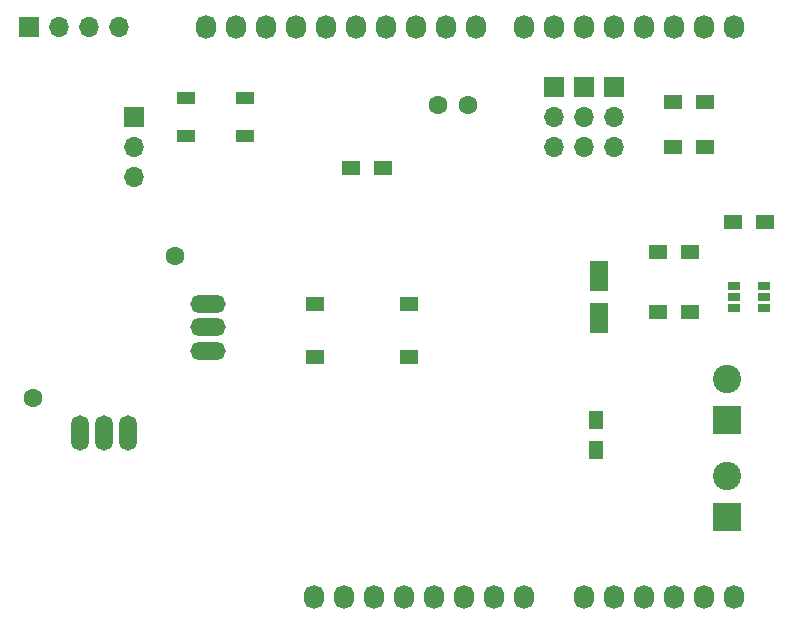
<source format=gts>
G04 #@! TF.FileFunction,Soldermask,Top*
%FSLAX46Y46*%
G04 Gerber Fmt 4.6, Leading zero omitted, Abs format (unit mm)*
G04 Created by KiCad (PCBNEW 4.0.6-e0-6349~53~ubuntu16.04.1) date Wed Aug  2 12:33:15 2017*
%MOMM*%
%LPD*%
G01*
G04 APERTURE LIST*
%ADD10C,0.100000*%
%ADD11O,1.727200X2.032000*%
%ADD12R,1.700000X1.700000*%
%ADD13O,1.700000X1.700000*%
%ADD14C,2.400000*%
%ADD15R,2.400000X2.400000*%
%ADD16O,1.500000X3.000000*%
%ADD17O,3.000000X1.500000*%
%ADD18C,1.599946*%
%ADD19R,1.000000X0.700000*%
%ADD20R,1.500000X1.300000*%
%ADD21R,1.600000X1.000000*%
%ADD22C,1.600000*%
%ADD23R,1.550000X1.300000*%
%ADD24R,1.250000X1.500000*%
%ADD25R,1.600000X2.600000*%
G04 APERTURE END LIST*
D10*
D11*
X138938000Y-123825000D03*
X141478000Y-123825000D03*
X144018000Y-123825000D03*
X146558000Y-123825000D03*
X149098000Y-123825000D03*
X151638000Y-123825000D03*
X154178000Y-123825000D03*
X156718000Y-123825000D03*
X161798000Y-123825000D03*
X164338000Y-123825000D03*
X166878000Y-123825000D03*
X169418000Y-123825000D03*
X171958000Y-123825000D03*
X174498000Y-123825000D03*
X129794000Y-75565000D03*
X132334000Y-75565000D03*
X134874000Y-75565000D03*
X137414000Y-75565000D03*
X139954000Y-75565000D03*
X142494000Y-75565000D03*
X145034000Y-75565000D03*
X147574000Y-75565000D03*
X150114000Y-75565000D03*
X152654000Y-75565000D03*
X156718000Y-75565000D03*
X159258000Y-75565000D03*
X161798000Y-75565000D03*
X164338000Y-75565000D03*
X166878000Y-75565000D03*
X169418000Y-75565000D03*
X171958000Y-75565000D03*
X174498000Y-75565000D03*
D12*
X164338000Y-80645000D03*
D13*
X164338000Y-83185000D03*
X164338000Y-85725000D03*
D12*
X161798000Y-80645000D03*
D13*
X161798000Y-83185000D03*
X161798000Y-85725000D03*
D14*
X173888400Y-113581300D03*
D15*
X173888400Y-117081300D03*
D12*
X159258000Y-80645000D03*
D13*
X159258000Y-83185000D03*
X159258000Y-85725000D03*
D14*
X173888400Y-105313600D03*
D15*
X173888400Y-108813600D03*
D12*
X123698000Y-83185000D03*
D13*
X123698000Y-85725000D03*
X123698000Y-88265000D03*
D12*
X114808000Y-75565000D03*
D13*
X117348000Y-75565000D03*
X119888000Y-75565000D03*
X122428000Y-75565000D03*
D16*
X121158000Y-109940000D03*
X119158000Y-109940000D03*
X123158000Y-109940000D03*
D17*
X130008000Y-100965000D03*
X130008000Y-98965000D03*
X130008000Y-102965000D03*
D18*
X127157988Y-94965012D03*
X115158012Y-106964988D03*
D19*
X174468000Y-97475000D03*
X174468000Y-98425000D03*
X174468000Y-99375000D03*
X177068000Y-99375000D03*
X177068000Y-97475000D03*
X177068000Y-98425000D03*
D20*
X142096500Y-87477600D03*
X144796500Y-87477600D03*
X172038000Y-85725000D03*
X169338000Y-85725000D03*
X170768000Y-94615000D03*
X168068000Y-94615000D03*
X168068000Y-99695000D03*
X170768000Y-99695000D03*
X174418000Y-92075000D03*
X177118000Y-92075000D03*
X169338000Y-81915000D03*
X172038000Y-81915000D03*
D21*
X133144900Y-84746900D03*
X133144900Y-81546900D03*
X128144900Y-84746900D03*
X128144900Y-81546900D03*
D22*
X151993600Y-82194400D03*
X149453600Y-82194400D03*
D23*
X139022000Y-103469000D03*
X139022000Y-98969000D03*
X146982000Y-98969000D03*
X146982000Y-103469000D03*
D24*
X162814000Y-111359000D03*
X162814000Y-108859000D03*
D25*
X163068000Y-96625000D03*
X163068000Y-100225000D03*
M02*

</source>
